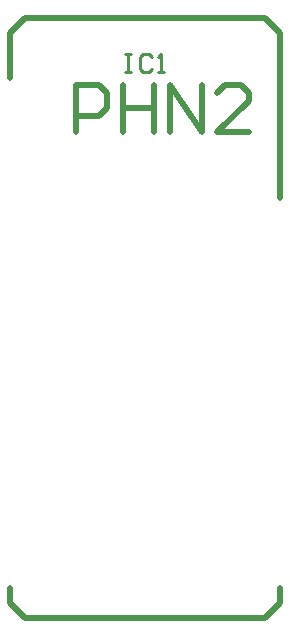
<source format=gto>
G04*
G04 #@! TF.GenerationSoftware,Altium Limited,CircuitMaker,2.2.1 (2.2.1.6)*
G04*
G04 Layer_Color=15132400*
%FSLAX25Y25*%
%MOIN*%
G70*
G04*
G04 #@! TF.SameCoordinates,1EE0AFE0-1AE0-4E79-8498-EBF67B735B77*
G04*
G04*
G04 #@! TF.FilePolarity,Positive*
G04*
G01*
G75*
%ADD10C,0.01968*%
%ADD11C,0.01000*%
D10*
X370000Y400000D02*
X440000D01*
X370000Y200000D02*
X430000D01*
X360000Y400000D02*
X370000D01*
X355000Y395000D02*
X360000Y400000D01*
X355000Y385000D02*
Y395000D01*
Y380000D02*
Y385000D01*
X440000Y400000D02*
X445000Y395000D01*
Y340000D02*
Y395000D01*
X360000Y200000D02*
X370000D01*
X355000Y205000D02*
X360000Y200000D01*
X355000Y205000D02*
Y210000D01*
X430000Y200000D02*
X440000D01*
X445000Y205000D01*
Y210000D01*
X376969Y361968D02*
Y377711D01*
X384840D01*
X387464Y375088D01*
Y369840D01*
X384840Y367216D01*
X376969D01*
X392711Y377711D02*
Y361968D01*
Y369840D01*
X403207D01*
Y377711D01*
Y361968D01*
X408454D02*
Y377711D01*
X418950Y361968D01*
Y377711D01*
X434693Y361968D02*
X424197D01*
X434693Y372464D01*
Y375088D01*
X432069Y377711D01*
X426821D01*
X424197Y375088D01*
D11*
X393502Y387999D02*
X395501D01*
X394502D01*
Y382001D01*
X393502D01*
X395501D01*
X402499Y386999D02*
X401500Y387999D01*
X399500D01*
X398500Y386999D01*
Y383001D01*
X399500Y382001D01*
X401500D01*
X402499Y383001D01*
X404498Y382001D02*
X406498D01*
X405498D01*
Y387999D01*
X404498Y386999D01*
M02*

</source>
